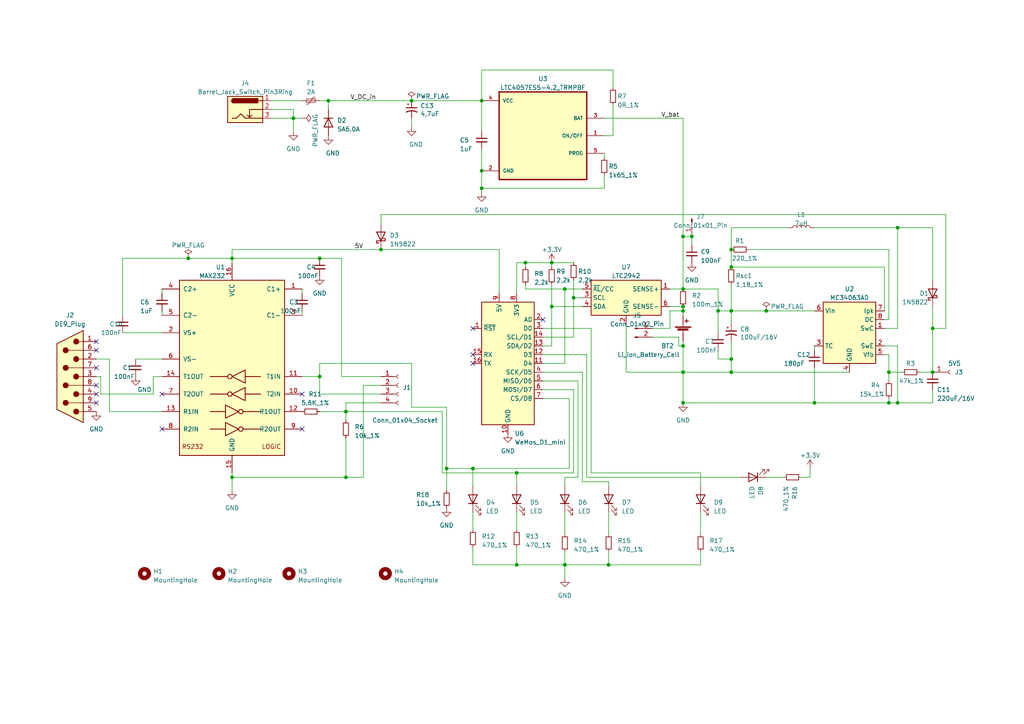
<source format=kicad_sch>
(kicad_sch (version 20230121) (generator eeschema)
  (paper "A4")
  (lib_symbols
    (symbol "Battery_Management:LTC2942"
      (property "Reference" "U" (at -10.16 6.35 0))
      (property "Value" "LTC2942" (at 10.16 6.35 0))
      (symbol "LTC2942_0_1"
        (rectangle (start -10.16 5.08) (end 10.16 -5.08) (stroke (width 0.254)) (fill (type background)))
      )
      (symbol "LTC2942_1_1"
        (pin passive line (at 12.7 2.54 180) (length 2.54) (name "SENSE+") (number "1"))
        (pin power_in line (at 0 -7.62 90) (length 2.54) (name "GND") (number "2"))
        (pin input line (at -12.7 0 0) (length 2.54) (name "SCL") (number "3"))
        (pin bidirectional line (at -12.7 -2.54 0) (length 2.54) (name "SDA") (number "4"))
        (pin bidirectional line (at -12.7 2.54 0) (length 2.54) (name "~{AL}/CC") (number "5"))
        (pin passive line (at 12.7 -2.54 180) (length 2.54) (name "SENSE-") (number "6"))
      )
    )
    (symbol "Connector:Barrel_Jack_Switch_Pin3Ring" (pin_names hide)
      (property "Reference" "J" (at 0 5.334 0))
      (property "Value" "Barrel_Jack_Switch_Pin3Ring" (at 0 -5.08 0))
      (symbol "Barrel_Jack_Switch_Pin3Ring_0_1"
        (rectangle (start -5.08 3.81) (end 5.08 -3.81) (stroke (width 0.254)) (fill (type background)))
        (arc (start -3.302 3.175) (mid -3.9343 2.54) (end -3.302 1.905) (stroke (width 0.254)))
        (arc (start -3.302 3.175) (mid -3.9343 2.54) (end -3.302 1.905) (stroke (width 0.254)) (fill (type outline)))
        (polyline (pts (xy 1.27 -2.286) (xy 1.905 -1.651)) (stroke (width 0.254)))
        (polyline (pts (xy 5.08 2.54) (xy 3.81 2.54)) (stroke (width 0.254)))
        (polyline (pts (xy 5.08 0) (xy 1.27 0) (xy 1.27 -2.286) (xy 0.635 -1.651)) (stroke (width 0.254)))
        (polyline (pts (xy -3.81 -2.54) (xy -2.54 -2.54) (xy -1.27 -1.27) (xy 0 -2.54) (xy 2.54 -2.54) (xy 5.08 -2.54)) (stroke (width 0.254)))
        (rectangle (start 3.683 3.175) (end -3.302 1.905) (stroke (width 0.254)) (fill (type outline)))
      )
      (symbol "Barrel_Jack_Switch_Pin3Ring_1_1"
        (pin passive line (at 7.62 2.54 180) (length 2.54) (name "~") (number "1"))
        (pin passive line (at 7.62 0 180) (length 2.54) (name "~") (number "2"))
        (pin passive line (at 7.62 -2.54 180) (length 2.54) (name "~") (number "3"))
      )
    )
    (symbol "Connector:Conn_01x01_Pin" (pin_names (offset 1.016) hide)
      (property "Reference" "J" (at 0 2.54 0))
      (property "Value" "Conn_01x01_Pin" (at 0 -2.54 0))
      (symbol "Conn_01x01_Pin_1_1"
        (polyline (pts (xy 1.27 0) (xy 0.8636 0)) (stroke (width 0.1524)))
        (rectangle (start 0.8636 0.127) (end 0 -0.127) (stroke (width 0.1524)) (fill (type outline)))
        (pin passive line (at 5.08 0 180) (length 3.81) (name "Pin_1") (number "1"))
      )
    )
    (symbol "Connector:Conn_01x01_Socket" (pin_names (offset 1.016) hide)
      (property "Reference" "J" (at 0 2.54 0))
      (property "Value" "Conn_01x01_Socket" (at 0 -2.54 0))
      (symbol "Conn_01x01_Socket_1_1"
        (polyline (pts (xy -1.27 0) (xy -0.508 0)) (stroke (width 0.1524)))
        (arc (start 0 0.508) (mid -0.5058 0) (end 0 -0.508) (stroke (width 0.1524)))
        (pin passive line (at -5.08 0 0) (length 3.81) (name "Pin_1") (number "1"))
      )
    )
    (symbol "Connector:Conn_01x02_Pin" (pin_names (offset 1.016) hide)
      (property "Reference" "J" (at 0 2.54 0))
      (property "Value" "Conn_01x02_Pin" (at 0 -5.08 0))
      (symbol "Conn_01x02_Pin_1_1"
        (polyline (pts (xy 1.27 -2.54) (xy 0.8636 -2.54)) (stroke (width 0.1524)))
        (polyline (pts (xy 1.27 0) (xy 0.8636 0)) (stroke (width 0.1524)))
        (rectangle (start 0.8636 -2.413) (end 0 -2.667) (stroke (width 0.1524)) (fill (type outline)))
        (rectangle (start 0.8636 0.127) (end 0 -0.127) (stroke (width 0.1524)) (fill (type outline)))
        (pin passive line (at 5.08 0 180) (length 3.81) (name "Pin_1") (number "1"))
        (pin passive line (at 5.08 -2.54 180) (length 3.81) (name "Pin_2") (number "2"))
      )
    )
    (symbol "Connector:Conn_01x04_Socket" (pin_names (offset 1.016) hide)
      (property "Reference" "J" (at 0 5.08 0))
      (property "Value" "Conn_01x04_Socket" (at 0 -7.62 0))
      (symbol "Conn_01x04_Socket_1_1"
        (arc (start 0 -4.572) (mid -0.5058 -5.08) (end 0 -5.588) (stroke (width 0.1524)))
        (arc (start 0 -2.032) (mid -0.5058 -2.54) (end 0 -3.048) (stroke (width 0.1524)))
        (polyline (pts (xy -1.27 -5.08) (xy -0.508 -5.08)) (stroke (width 0.1524)))
        (polyline (pts (xy -1.27 -2.54) (xy -0.508 -2.54)) (stroke (width 0.1524)))
        (polyline (pts (xy -1.27 0) (xy -0.508 0)) (stroke (width 0.1524)))
        (polyline (pts (xy -1.27 2.54) (xy -0.508 2.54)) (stroke (width 0.1524)))
        (arc (start 0 0.508) (mid -0.5058 0) (end 0 -0.508) (stroke (width 0.1524)))
        (arc (start 0 3.048) (mid -0.5058 2.54) (end 0 2.032) (stroke (width 0.1524)))
        (pin passive line (at -5.08 2.54 0) (length 3.81) (name "Pin_1") (number "1"))
        (pin passive line (at -5.08 0 0) (length 3.81) (name "Pin_2") (number "2"))
        (pin passive line (at -5.08 -2.54 0) (length 3.81) (name "Pin_3") (number "3"))
        (pin passive line (at -5.08 -5.08 0) (length 3.81) (name "Pin_4") (number "4"))
      )
    )
    (symbol "Connector:DE9_Plug" (pin_names (offset 1.016) hide)
      (property "Reference" "J" (at 0 13.97 0))
      (property "Value" "DE9_Plug" (at 0 -14.605 0))
      (symbol "DE9_Plug_0_1"
        (circle (center -1.778 -10.16) (radius 0.762) (fill (type outline)))
        (circle (center -1.778 -5.08) (radius 0.762) (fill (type outline)))
        (circle (center -1.778 0) (radius 0.762) (fill (type outline)))
        (circle (center -1.778 5.08) (radius 0.762) (fill (type outline)))
        (circle (center -1.778 10.16) (radius 0.762) (fill (type outline)))
        (polyline (pts (xy -3.81 -10.16) (xy -2.54 -10.16)))
        (polyline (pts (xy -3.81 -7.62) (xy 0.508 -7.62)))
        (polyline (pts (xy -3.81 -5.08) (xy -2.54 -5.08)))
        (polyline (pts (xy -3.81 -2.54) (xy 0.508 -2.54)))
        (polyline (pts (xy -3.81 0) (xy -2.54 0)))
        (polyline (pts (xy -3.81 2.54) (xy 0.508 2.54)))
        (polyline (pts (xy -3.81 5.08) (xy -2.54 5.08)))
        (polyline (pts (xy -3.81 7.62) (xy 0.508 7.62)))
        (polyline (pts (xy -3.81 10.16) (xy -2.54 10.16)))
        (polyline (pts (xy -3.81 -13.335) (xy -3.81 13.335) (xy 3.81 9.525) (xy 3.81 -9.525) (xy -3.81 -13.335)) (stroke (width 0.254)) (fill (type background)))
        (circle (center 1.27 -7.62) (radius 0.762) (fill (type outline)))
        (circle (center 1.27 -2.54) (radius 0.762) (fill (type outline)))
        (circle (center 1.27 2.54) (radius 0.762) (fill (type outline)))
        (circle (center 1.27 7.62) (radius 0.762) (fill (type outline)))
      )
      (symbol "DE9_Plug_1_1"
        (pin passive line (at -7.62 -10.16 0) (length 3.81) (name "1") (number "1"))
        (pin passive line (at -7.62 -5.08 0) (length 3.81) (name "2") (number "2"))
        (pin passive line (at -7.62 0 0) (length 3.81) (name "3") (number "3"))
        (pin passive line (at -7.62 5.08 0) (length 3.81) (name "4") (number "4"))
        (pin passive line (at -7.62 10.16 0) (length 3.81) (name "5") (number "5"))
        (pin passive line (at -7.62 -7.62 0) (length 3.81) (name "6") (number "6"))
        (pin passive line (at -7.62 -2.54 0) (length 3.81) (name "7") (number "7"))
        (pin passive line (at -7.62 2.54 0) (length 3.81) (name "8") (number "8"))
        (pin passive line (at -7.62 7.62 0) (length 3.81) (name "9") (number "9"))
      )
    )
    (symbol "Device:Battery_Cell" (pin_numbers hide) (pin_names (offset 0) hide)
      (property "Reference" "BT" (at 2.54 2.54 0))
      (property "Value" "Battery_Cell" (at 2.54 0 0))
      (symbol "Battery_Cell_0_1"
        (rectangle (start -2.286 1.778) (end 2.286 1.524) (fill (type outline)))
        (rectangle (start -1.5748 1.1938) (end 1.4732 0.6858) (fill (type outline)))
        (polyline (pts (xy 0 0.762) (xy 0 0)))
        (polyline (pts (xy 0 1.778) (xy 0 2.54)))
        (polyline (pts (xy 0.508 3.429) (xy 1.524 3.429)) (stroke (width 0.254)))
        (polyline (pts (xy 1.016 3.937) (xy 1.016 2.921)) (stroke (width 0.254)))
      )
      (symbol "Battery_Cell_1_1"
        (pin passive line (at 0 5.08 270) (length 2.54) (name "+") (number "1"))
        (pin passive line (at 0 -2.54 90) (length 2.54) (name "-") (number "2"))
      )
    )
    (symbol "Device:C_Polarized_Small_US" (pin_numbers hide) (pin_names (offset 0.254) hide)
      (property "Reference" "C" (at 0.254 1.778 0))
      (property "Value" "C_Polarized_Small_US" (at 0.254 -2.032 0))
      (symbol "C_Polarized_Small_US_0_1"
        (polyline (pts (xy -1.524 0.508) (xy 1.524 0.508)) (stroke (width 0.3048)))
        (polyline (pts (xy -1.27 1.524) (xy -0.762 1.524)))
        (polyline (pts (xy -1.016 1.27) (xy -1.016 1.778)))
        (arc (start 1.524 -0.762) (mid 0 -0.3734) (end -1.524 -0.762) (stroke (width 0.3048)))
      )
      (symbol "C_Polarized_Small_US_1_1"
        (pin passive line (at 0 2.54 270) (length 2.032) (name "~") (number "1"))
        (pin passive line (at 0 -2.54 90) (length 2.032) (name "~") (number "2"))
      )
    )
    (symbol "Device:C_Small" (pin_numbers hide) (pin_names (offset 0.254) hide)
      (property "Reference" "C" (at 0.254 1.778 0))
      (property "Value" "C_Small" (at 0.254 -2.032 0))
      (symbol "C_Small_0_1"
        (polyline (pts (xy -1.524 -0.508) (xy 1.524 -0.508)) (stroke (width 0.3302)))
        (polyline (pts (xy -1.524 0.508) (xy 1.524 0.508)) (stroke (width 0.3048)))
      )
      (symbol "C_Small_1_1"
        (pin passive line (at 0 2.54 270) (length 2.032) (name "~") (number "1"))
        (pin passive line (at 0 -2.54 90) (length 2.032) (name "~") (number "2"))
      )
    )
    (symbol "Device:L" (pin_numbers hide) (pin_names (offset 1.016) hide)
      (property "Reference" "L" (at -1.27 0 90))
      (property "Value" "L" (at 1.905 0 90))
      (symbol "L_0_1"
        (arc (start 0 -2.54) (mid 0.6323 -1.905) (end 0 -1.27))
        (arc (start 0 -1.27) (mid 0.6323 -0.635) (end 0 0))
        (arc (start 0 0) (mid 0.6323 0.635) (end 0 1.27))
        (arc (start 0 1.27) (mid 0.6323 1.905) (end 0 2.54))
      )
      (symbol "L_1_1"
        (pin passive line (at 0 3.81 270) (length 1.27) (name "1") (number "1"))
        (pin passive line (at 0 -3.81 90) (length 1.27) (name "2") (number "2"))
      )
    )
    (symbol "Device:LED" (pin_numbers hide) (pin_names (offset 1.016) hide)
      (property "Reference" "D" (at 0 2.54 0))
      (property "Value" "LED" (at 0 -2.54 0))
      (symbol "LED_0_1"
        (polyline (pts (xy -1.27 -1.27) (xy -1.27 1.27)) (stroke (width 0.254)))
        (polyline (pts (xy -1.27 0) (xy 1.27 0)))
        (polyline (pts (xy 1.27 -1.27) (xy 1.27 1.27) (xy -1.27 0) (xy 1.27 -1.27)) (stroke (width 0.254)))
        (polyline (pts (xy -3.048 -0.762) (xy -4.572 -2.286) (xy -3.81 -2.286) (xy -4.572 -2.286) (xy -4.572 -1.524)))
        (polyline (pts (xy -1.778 -0.762) (xy -3.302 -2.286) (xy -2.54 -2.286) (xy -3.302 -2.286) (xy -3.302 -1.524)))
      )
      (symbol "LED_1_1"
        (pin passive line (at -3.81 0 0) (length 2.54) (name "K") (number "1"))
        (pin passive line (at 3.81 0 180) (length 2.54) (name "A") (number "2"))
      )
    )
    (symbol "Device:Polyfuse_Small" (pin_numbers hide) (pin_names (offset 0))
      (property "Reference" "F" (at -1.905 0 90))
      (property "Value" "Polyfuse_Small" (at 1.905 0 90))
      (symbol "Polyfuse_Small_0_1"
        (rectangle (start -0.508 1.27) (end 0.508 -1.27))
        (polyline (pts (xy 0 2.54) (xy 0 -2.54)))
        (polyline (pts (xy -1.016 1.27) (xy -1.016 0.762) (xy 1.016 -0.762) (xy 1.016 -1.27)))
      )
      (symbol "Polyfuse_Small_1_1"
        (pin passive line (at 0 2.54 270) (length 0.635) (name "~") (number "1"))
        (pin passive line (at 0 -2.54 90) (length 0.635) (name "~") (number "2"))
      )
    )
    (symbol "Device:R_Small" (pin_numbers hide) (pin_names (offset 0.254) hide)
      (property "Reference" "R" (at 0.762 0.508 0))
      (property "Value" "R_Small" (at 0.762 -1.016 0))
      (symbol "R_Small_0_1"
        (rectangle (start -0.762 1.778) (end 0.762 -1.778) (stroke (width 0.2032)))
      )
      (symbol "R_Small_1_1"
        (pin passive line (at 0 2.54 270) (length 0.762) (name "~") (number "1"))
        (pin passive line (at 0 -2.54 90) (length 0.762) (name "~") (number "2"))
      )
    )
    (symbol "Diode:1N5400" (pin_numbers hide) (pin_names hide)
      (property "Reference" "D" (at 0 2.54 0))
      (property "Value" "1N5400" (at 0 -2.54 0))
      (symbol "1N5400_0_1"
        (polyline (pts (xy -1.27 1.27) (xy -1.27 -1.27)) (stroke (width 0.254)))
        (polyline (pts (xy 1.27 0) (xy -1.27 0)))
        (polyline (pts (xy 1.27 1.27) (xy 1.27 -1.27) (xy -1.27 0) (xy 1.27 1.27)) (stroke (width 0.254)))
      )
      (symbol "1N5400_1_1"
        (pin passive line (at -3.81 0 0) (length 2.54) (name "K") (number "1"))
        (pin passive line (at 3.81 0 180) (length 2.54) (name "A") (number "2"))
      )
    )
    (symbol "Diode:1N5822" (pin_numbers hide) (pin_names (offset 1.016) hide)
      (property "Reference" "D" (at 0 2.54 0))
      (property "Value" "1N5822" (at 0 -2.54 0))
      (symbol "1N5822_0_1"
        (polyline (pts (xy 1.27 0) (xy -1.27 0)))
        (polyline (pts (xy 1.27 1.27) (xy 1.27 -1.27) (xy -1.27 0) (xy 1.27 1.27)) (stroke (width 0.254)))
        (polyline (pts (xy -1.905 0.635) (xy -1.905 1.27) (xy -1.27 1.27) (xy -1.27 -1.27) (xy -0.635 -1.27) (xy -0.635 -0.635)) (stroke (width 0.254)))
      )
      (symbol "1N5822_1_1"
        (pin passive line (at -3.81 0 0) (length 2.54) (name "K") (number "1"))
        (pin passive line (at 3.81 0 180) (length 2.54) (name "A") (number "2"))
      )
    )
    (symbol "Interface_UART:MAX232" (pin_names (offset 1.016))
      (property "Reference" "U" (at -2.54 28.575 0))
      (property "Value" "MAX232" (at -2.54 26.67 0))
      (symbol "MAX232_0_0"
        (text "LOGIC" (at -11.43 -22.86 0) (effects (font (size 1.27 1.27))))
        (text "RS232" (at 11.43 -22.86 0) (effects (font (size 1.27 1.27))))
      )
      (symbol "MAX232_0_1"
        (rectangle (start -15.24 -25.4) (end 15.24 25.4) (stroke (width 0.254)) (fill (type background)))
        (circle (center -2.54 -17.78) (radius 0.635) (stroke (width 0.254)))
        (circle (center -2.54 -12.7) (radius 0.635) (stroke (width 0.254)))
        (polyline (pts (xy -3.81 -7.62) (xy -8.255 -7.62)) (stroke (width 0.254)))
        (polyline (pts (xy -3.81 -2.54) (xy -8.255 -2.54)) (stroke (width 0.254)))
        (polyline (pts (xy -3.175 -17.78) (xy -8.255 -17.78)) (stroke (width 0.254)))
        (polyline (pts (xy -3.175 -12.7) (xy -8.255 -12.7)) (stroke (width 0.254)))
        (polyline (pts (xy 1.27 -7.62) (xy 6.35 -7.62)) (stroke (width 0.254)))
        (polyline (pts (xy 1.27 -2.54) (xy 6.35 -2.54)) (stroke (width 0.254)))
        (polyline (pts (xy 1.905 -17.78) (xy 6.35 -17.78)) (stroke (width 0.254)))
        (polyline (pts (xy 1.905 -12.7) (xy 6.35 -12.7)) (stroke (width 0.254)))
        (polyline (pts (xy -3.81 -5.715) (xy -3.81 -9.525) (xy 0 -7.62) (xy -3.81 -5.715)) (stroke (width 0.254)))
        (polyline (pts (xy -3.81 -0.635) (xy -3.81 -4.445) (xy 0 -2.54) (xy -3.81 -0.635)) (stroke (width 0.254)))
        (polyline (pts (xy 1.905 -15.875) (xy 1.905 -19.685) (xy -1.905 -17.78) (xy 1.905 -15.875)) (stroke (width 0.254)))
        (polyline (pts (xy 1.905 -10.795) (xy 1.905 -14.605) (xy -1.905 -12.7) (xy 1.905 -10.795)) (stroke (width 0.254)))
        (circle (center 0.635 -7.62) (radius 0.635) (stroke (width 0.254)))
        (circle (center 0.635 -2.54) (radius 0.635) (stroke (width 0.254)))
      )
      (symbol "MAX232_1_1"
        (pin passive line (at -20.32 22.86 0) (length 5.08) (name "C1+") (number "1"))
        (pin input line (at -20.32 -7.62 0) (length 5.08) (name "T2IN") (number "10"))
        (pin input line (at -20.32 -2.54 0) (length 5.08) (name "T1IN") (number "11"))
        (pin output line (at -20.32 -12.7 0) (length 5.08) (name "R1OUT") (number "12"))
        (pin input line (at 20.32 -12.7 180) (length 5.08) (name "R1IN") (number "13"))
        (pin output line (at 20.32 -2.54 180) (length 5.08) (name "T1OUT") (number "14"))
        (pin power_in line (at 0 -30.48 90) (length 5.08) (name "GND") (number "15"))
        (pin power_in line (at 0 30.48 270) (length 5.08) (name "VCC") (number "16"))
        (pin power_out line (at 20.32 10.16 180) (length 5.08) (name "VS+") (number "2"))
        (pin passive line (at -20.32 15.24 0) (length 5.08) (name "C1-") (number "3"))
        (pin passive line (at 20.32 22.86 180) (length 5.08) (name "C2+") (number "4"))
        (pin passive line (at 20.32 15.24 180) (length 5.08) (name "C2-") (number "5"))
        (pin power_out line (at 20.32 2.54 180) (length 5.08) (name "VS-") (number "6"))
        (pin output line (at 20.32 -7.62 180) (length 5.08) (name "T2OUT") (number "7"))
        (pin input line (at 20.32 -17.78 180) (length 5.08) (name "R2IN") (number "8"))
        (pin output line (at -20.32 -17.78 0) (length 5.08) (name "R2OUT") (number "9"))
      )
    )
    (symbol "LTC4057ES5-4.2_TRMPBF:LTC4057ES5-4.2_TRMPBF" (pin_names (offset 1.016))
      (property "Reference" "U" (at -12.7 13.7 0))
      (property "Value" "LTC4057ES5-4.2_TRMPBF" (at -12.7 -16.7 0))
      (symbol "LTC4057ES5-4.2_TRMPBF_0_0"
        (rectangle (start -12.7 -12.7) (end 12.7 12.7) (stroke (width 0.41)) (fill (type background)))
        (pin bidirectional line (at -17.78 0 0) (length 5.08) (name "ON/OFF") (number "1"))
        (pin power_in line (at 17.78 -10.16 180) (length 5.08) (name "GND") (number "2"))
        (pin bidirectional line (at -17.78 5.08 0) (length 5.08) (name "BAT") (number "3"))
        (pin power_in line (at 17.78 10.16 180) (length 5.08) (name "VCC") (number "4"))
        (pin bidirectional line (at -17.78 -5.08 0) (length 5.08) (name "PROG") (number "5"))
      )
    )
    (symbol "MCU_Module:WeMos_D1_mini"
      (property "Reference" "U" (at 3.81 19.05 0))
      (property "Value" "WeMos_D1_mini" (at 1.27 -19.05 0))
      (symbol "WeMos_D1_mini_1_1"
        (rectangle (start -7.62 17.78) (end 7.62 -17.78) (stroke (width 0.254)) (fill (type background)))
        (pin input line (at -10.16 10.16 0) (length 2.54) (name "~{RST}") (number "1"))
        (pin power_in line (at 0 -20.32 90) (length 2.54) (name "GND") (number "10"))
        (pin bidirectional line (at 10.16 0 180) (length 2.54) (name "D4") (number "11"))
        (pin bidirectional line (at 10.16 2.54 180) (length 2.54) (name "D3") (number "12"))
        (pin bidirectional line (at 10.16 5.08 180) (length 2.54) (name "SDA/D2") (number "13"))
        (pin bidirectional line (at 10.16 7.62 180) (length 2.54) (name "SCL/D1") (number "14"))
        (pin input line (at -10.16 2.54 0) (length 2.54) (name "RX") (number "15"))
        (pin output line (at -10.16 0 0) (length 2.54) (name "TX") (number "16"))
        (pin input line (at 10.16 12.7 180) (length 2.54) (name "A0") (number "2"))
        (pin bidirectional line (at 10.16 10.16 180) (length 2.54) (name "D0") (number "3"))
        (pin bidirectional line (at 10.16 -2.54 180) (length 2.54) (name "SCK/D5") (number "4"))
        (pin bidirectional line (at 10.16 -5.08 180) (length 2.54) (name "MISO/D6") (number "5"))
        (pin bidirectional line (at 10.16 -7.62 180) (length 2.54) (name "MOSI/D7") (number "6"))
        (pin bidirectional line (at 10.16 -10.16 180) (length 2.54) (name "CS/D8") (number "7"))
        (pin power_out line (at 2.54 20.32 270) (length 2.54) (name "3V3") (number "8"))
        (pin power_in line (at -2.54 20.32 270) (length 2.54) (name "5V") (number "9"))
      )
    )
    (symbol "Mechanical:MountingHole" (pin_names (offset 1.016))
      (property "Reference" "H" (at 0 5.08 0))
      (property "Value" "MountingHole" (at 0 3.175 0))
      (symbol "MountingHole_0_1"
        (circle (center 0 0) (radius 1.27) (stroke (width 1.27)))
      )
    )
    (symbol "Regulator_Switching:MC34063AD"
      (property "Reference" "U" (at -7.62 8.89 0))
      (property "Value" "MC34063AD" (at 0 8.89 0))
      (symbol "MC34063AD_0_1"
        (rectangle (start -7.62 7.62) (end 7.62 -10.16) (stroke (width 0.254)) (fill (type background)))
      )
      (symbol "MC34063AD_1_1"
        (pin open_collector line (at 10.16 0 180) (length 2.54) (name "SwC") (number "1"))
        (pin open_emitter line (at 10.16 -5.08 180) (length 2.54) (name "SwE") (number "2"))
        (pin passive line (at -10.16 -5.08 0) (length 2.54) (name "TC") (number "3"))
        (pin power_in line (at 0 -12.7 90) (length 2.54) (name "GND") (number "4"))
        (pin input line (at 10.16 -7.62 180) (length 2.54) (name "Vfb") (number "5"))
        (pin power_in line (at -10.16 5.08 0) (length 2.54) (name "Vin") (number "6"))
        (pin input line (at 10.16 5.08 180) (length 2.54) (name "Ipk") (number "7"))
        (pin open_collector line (at 10.16 2.54 180) (length 2.54) (name "DC") (number "8"))
      )
    )
    (symbol "power:+3.3V" (power) (pin_names (offset 0))
      (property "Value" "+3.3V" (at 0 3.556 0))
      (symbol "+3.3V_0_1"
        (polyline (pts (xy -0.762 1.27) (xy 0 2.54)))
        (polyline (pts (xy 0 0) (xy 0 2.54)))
        (polyline (pts (xy 0 2.54) (xy 0.762 1.27)))
      )
      (symbol "+3.3V_1_1"
        (pin power_in line (at 0 0 90) (length 0) hide (name "+3.3V") (number "1"))
      )
    )
    (symbol "power:GND" (power) (pin_names (offset 0))
      (property "Value" "GND" (at 0 -3.81 0))
      (symbol "GND_0_1"
        (polyline (pts (xy 0 0) (xy 0 -1.27) (xy 1.27 -1.27) (xy 0 -2.54) (xy -1.27 -1.27) (xy 0 -1.27)))
      )
      (symbol "GND_1_1"
        (pin power_in line (at 0 0 270) (length 0) hide (name "GND") (number "1"))
      )
    )
    (symbol "power:PWR_FLAG" (power) (pin_numbers hide) (pin_names (offset 0) hide)
      (property "Value" "PWR_FLAG" (at 0 3.81 0))
      (symbol "PWR_FLAG_0_0"
        (pin power_out line (at 0 0 90) (length 0) (name "pwr") (number "1"))
      )
      (symbol "PWR_FLAG_0_1"
        (polyline (pts (xy 0 0) (xy 0 1.27) (xy -1.016 1.905) (xy 0 2.54) (xy 1.016 1.905) (xy 0 1.27)))
      )
    )
  )
  (junction (at 212.09 72.39))
  (junction (at 67.31 138.43))
  (junction (at 92.71 74.93))
  (junction (at 270.51 95.25))
  (junction (at 54.61 74.93))
  (junction (at 139.7 54.61))
  (junction (at 100.33 119.38))
  (junction (at 198.12 90.17))
  (junction (at 198.12 100.33))
  (junction (at 260.35 116.84))
  (junction (at 67.31 74.93))
  (junction (at 149.86 137.16))
  (junction (at 212.09 104.14))
  (junction (at 163.83 163.83))
  (junction (at 149.86 163.83))
  (junction (at 119.38 29.21))
  (junction (at 212.09 77.47))
  (junction (at 198.12 68.58))
  (junction (at 260.35 66.04))
  (junction (at 139.7 49.53))
  (junction (at 85.09 34.29))
  (junction (at 236.22 116.84))
  (junction (at 198.12 107.95))
  (junction (at 212.09 107.95))
  (junction (at 95.25 29.21))
  (junction (at 200.66 68.58))
  (junction (at 198.12 88.9))
  (junction (at 92.71 109.22))
  (junction (at 160.02 76.2))
  (junction (at 110.49 72.39))
  (junction (at 137.16 135.89))
  (junction (at 129.54 135.89))
  (junction (at 163.83 83.82))
  (junction (at 208.28 90.17))
  (junction (at 257.81 107.95))
  (junction (at 166.37 86.36))
  (junction (at 198.12 83.82))
  (junction (at 139.7 29.21))
  (junction (at 270.51 107.95))
  (junction (at 212.09 90.17))
  (junction (at 152.4 76.2))
  (junction (at 257.81 116.84))
  (junction (at 100.33 138.43))
  (junction (at 176.53 163.83))
  (junction (at 222.25 90.17))
  (junction (at 198.12 116.84))
  (junction (at 160.02 88.9))
  (no_connect (at 27.94 101.6))
  (no_connect (at 46.99 124.46))
  (no_connect (at 27.94 99.06))
  (no_connect (at 87.63 114.3))
  (no_connect (at 137.16 95.25))
  (no_connect (at 46.99 114.3))
  (no_connect (at 157.48 92.71))
  (no_connect (at 27.94 106.68))
  (no_connect (at 27.94 116.84))
  (no_connect (at 87.63 124.46))
  (no_connect (at 27.94 114.3))
  (no_connect (at 27.94 111.76))
  (no_connect (at 137.16 102.87))
  (no_connect (at 137.16 105.41))
  (wire (pts (xy 198.12 99.06) (xy 198.12 100.33)))
  (wire (pts (xy 149.86 137.16) (xy 149.86 140.97)))
  (wire (pts (xy 85.09 38.1) (xy 85.09 34.29)))
  (wire (pts (xy 189.23 95.25) (xy 194.31 95.25)))
  (wire (pts (xy 157.48 110.49) (xy 167.64 110.49)))
  (wire (pts (xy 170.18 138.43) (xy 214.63 138.43)))
  (wire (pts (xy 181.61 93.98) (xy 181.61 107.95)))
  (wire (pts (xy 137.16 148.59) (xy 137.16 153.67)))
  (wire (pts (xy 194.31 88.9) (xy 198.12 88.9)))
  (wire (pts (xy 166.37 113.03) (xy 157.48 113.03)))
  (wire (pts (xy 198.12 88.9) (xy 198.12 90.17)))
  (wire (pts (xy 157.48 105.41) (xy 163.83 105.41)))
  (wire (pts (xy 257.81 107.95) (xy 261.62 107.95)))
  (wire (pts (xy 39.37 104.14) (xy 46.99 104.14)))
  (wire (pts (xy 256.54 90.17) (xy 256.54 77.47)))
  (wire (pts (xy 256.54 92.71) (xy 257.81 92.71)))
  (wire (pts (xy 270.51 81.28) (xy 270.51 66.04)))
  (wire (pts (xy 208.28 96.52) (xy 208.28 90.17)))
  (wire (pts (xy 165.1 135.89) (xy 137.16 135.89)))
  (wire (pts (xy 110.49 114.3) (xy 92.71 114.3)))
  (wire (pts (xy 139.7 54.61) (xy 139.7 55.88)))
  (wire (pts (xy 260.35 100.33) (xy 260.35 116.84)))
  (wire (pts (xy 166.37 81.28) (xy 166.37 86.36)))
  (wire (pts (xy 35.56 74.93) (xy 54.61 74.93)))
  (wire (pts (xy 257.81 72.39) (xy 217.17 72.39)))
  (wire (pts (xy 260.35 116.84) (xy 257.81 116.84)))
  (wire (pts (xy 228.6 66.04) (xy 212.09 66.04)))
  (wire (pts (xy 176.53 148.59) (xy 176.53 154.94)))
  (wire (pts (xy 171.45 95.25) (xy 171.45 137.16)))
  (wire (pts (xy 163.83 163.83) (xy 163.83 167.64)))
  (wire (pts (xy 177.8 25.4) (xy 177.8 20.32)))
  (wire (pts (xy 44.45 109.22) (xy 44.45 114.3)))
  (wire (pts (xy 175.26 34.29) (xy 198.12 34.29)))
  (wire (pts (xy 35.56 96.52) (xy 46.99 96.52)))
  (wire (pts (xy 175.26 54.61) (xy 139.7 54.61)))
  (wire (pts (xy 157.48 115.57) (xy 165.1 115.57)))
  (wire (pts (xy 92.71 114.3) (xy 92.71 109.22)))
  (wire (pts (xy 212.09 90.17) (xy 222.25 90.17)))
  (wire (pts (xy 212.09 77.47) (xy 256.54 77.47)))
  (wire (pts (xy 165.1 115.57) (xy 165.1 135.89)))
  (wire (pts (xy 92.71 109.22) (xy 87.63 109.22)))
  (wire (pts (xy 176.53 163.83) (xy 163.83 163.83)))
  (wire (pts (xy 110.49 116.84) (xy 100.33 116.84)))
  (wire (pts (xy 27.94 104.14) (xy 31.75 104.14)))
  (wire (pts (xy 177.8 39.37) (xy 175.26 39.37)))
  (wire (pts (xy 194.31 95.25) (xy 194.31 90.17)))
  (wire (pts (xy 129.54 118.11) (xy 129.54 135.89)))
  (wire (pts (xy 92.71 119.38) (xy 100.33 119.38)))
  (wire (pts (xy 67.31 72.39) (xy 67.31 74.93)))
  (wire (pts (xy 270.51 95.25) (xy 270.51 107.95)))
  (wire (pts (xy 166.37 86.36) (xy 168.91 86.36)))
  (wire (pts (xy 152.4 83.82) (xy 163.83 83.82)))
  (wire (pts (xy 27.94 109.22) (xy 29.21 109.22)))
  (wire (pts (xy 168.91 107.95) (xy 168.91 139.7)))
  (wire (pts (xy 152.4 76.2) (xy 160.02 76.2)))
  (wire (pts (xy 67.31 137.16) (xy 67.31 138.43)))
  (wire (pts (xy 149.86 76.2) (xy 152.4 76.2)))
  (wire (pts (xy 234.95 135.89) (xy 234.95 138.43)))
  (wire (pts (xy 139.7 29.21) (xy 139.7 38.1)))
  (wire (pts (xy 139.7 20.32) (xy 139.7 29.21)))
  (wire (pts (xy 208.28 90.17) (xy 208.28 83.82)))
  (wire (pts (xy 260.35 95.25) (xy 260.35 66.04)))
  (wire (pts (xy 163.83 160.02) (xy 163.83 163.83)))
  (wire (pts (xy 203.2 148.59) (xy 203.2 154.94)))
  (wire (pts (xy 144.78 72.39) (xy 110.49 72.39)))
  (wire (pts (xy 266.7 107.95) (xy 270.51 107.95)))
  (wire (pts (xy 236.22 106.68) (xy 236.22 116.84)))
  (wire (pts (xy 270.51 113.03) (xy 270.51 116.84)))
  (wire (pts (xy 198.12 116.84) (xy 236.22 116.84)))
  (wire (pts (xy 46.99 83.82) (xy 46.99 85.09)))
  (wire (pts (xy 208.28 104.14) (xy 212.09 104.14)))
  (wire (pts (xy 100.33 119.38) (xy 128.27 119.38)))
  (wire (pts (xy 87.63 90.17) (xy 87.63 91.44)))
  (wire (pts (xy 160.02 82.55) (xy 160.02 88.9)))
  (wire (pts (xy 274.32 95.25) (xy 270.51 95.25)))
  (wire (pts (xy 177.8 30.48) (xy 177.8 39.37)))
  (wire (pts (xy 208.28 83.82) (xy 198.12 83.82)))
  (wire (pts (xy 236.22 116.84) (xy 257.81 116.84)))
  (wire (pts (xy 257.81 92.71) (xy 257.81 72.39)))
  (wire (pts (xy 236.22 66.04) (xy 260.35 66.04)))
  (wire (pts (xy 198.12 107.95) (xy 198.12 116.84)))
  (wire (pts (xy 212.09 104.14) (xy 212.09 107.95)))
  (wire (pts (xy 203.2 160.02) (xy 203.2 163.83)))
  (wire (pts (xy 212.09 72.39) (xy 212.09 77.47)))
  (wire (pts (xy 139.7 49.53) (xy 139.7 54.61)))
  (wire (pts (xy 163.83 163.83) (xy 149.86 163.83)))
  (wire (pts (xy 200.66 68.58) (xy 200.66 71.12)))
  (wire (pts (xy 67.31 142.24) (xy 67.31 138.43)))
  (wire (pts (xy 152.4 83.82) (xy 152.4 82.55)))
  (wire (pts (xy 29.21 114.3) (xy 44.45 114.3)))
  (wire (pts (xy 100.33 138.43) (xy 105.41 138.43)))
  (wire (pts (xy 257.81 102.87) (xy 257.81 107.95)))
  (wire (pts (xy 194.31 90.17) (xy 198.12 90.17)))
  (wire (pts (xy 92.71 105.41) (xy 119.38 105.41)))
  (wire (pts (xy 29.21 109.22) (xy 29.21 114.3)))
  (wire (pts (xy 166.37 137.16) (xy 166.37 113.03)))
  (wire (pts (xy 194.31 83.82) (xy 198.12 83.82)))
  (wire (pts (xy 110.49 64.77) (xy 110.49 62.23)))
  (wire (pts (xy 105.41 111.76) (xy 105.41 138.43)))
  (wire (pts (xy 67.31 74.93) (xy 92.71 74.93)))
  (wire (pts (xy 232.41 138.43) (xy 234.95 138.43)))
  (wire (pts (xy 92.71 105.41) (xy 92.71 109.22)))
  (wire (pts (xy 167.64 110.49) (xy 167.64 138.43)))
  (wire (pts (xy 100.33 127) (xy 100.33 138.43)))
  (wire (pts (xy 198.12 34.29) (xy 198.12 68.58)))
  (wire (pts (xy 212.09 82.55) (xy 212.09 90.17)))
  (wire (pts (xy 163.83 148.59) (xy 163.83 154.94)))
  (wire (pts (xy 157.48 97.79) (xy 166.37 97.79)))
  (wire (pts (xy 35.56 74.93) (xy 35.56 91.44)))
  (wire (pts (xy 149.86 76.2) (xy 149.86 85.09)))
  (wire (pts (xy 176.53 163.83) (xy 203.2 163.83)))
  (wire (pts (xy 163.83 105.41) (xy 163.83 83.82)))
  (wire (pts (xy 177.8 20.32) (xy 139.7 20.32)))
  (wire (pts (xy 110.49 62.23) (xy 274.32 62.23)))
  (wire (pts (xy 212.09 99.06) (xy 212.09 104.14)))
  (wire (pts (xy 137.16 158.75) (xy 137.16 163.83)))
  (wire (pts (xy 257.81 115.57) (xy 257.81 116.84)))
  (wire (pts (xy 222.25 90.17) (xy 236.22 90.17)))
  (wire (pts (xy 257.81 107.95) (xy 257.81 110.49)))
  (wire (pts (xy 95.25 31.75) (xy 95.25 29.21)))
  (wire (pts (xy 176.53 139.7) (xy 168.91 139.7)))
  (wire (pts (xy 157.48 100.33) (xy 160.02 100.33)))
  (wire (pts (xy 149.86 148.59) (xy 149.86 153.67)))
  (wire (pts (xy 176.53 140.97) (xy 176.53 139.7)))
  (wire (pts (xy 208.28 101.6) (xy 208.28 104.14)))
  (wire (pts (xy 129.54 118.11) (xy 119.38 118.11)))
  (wire (pts (xy 100.33 119.38) (xy 100.33 121.92)))
  (wire (pts (xy 198.12 68.58) (xy 198.12 83.82)))
  (wire (pts (xy 274.32 62.23) (xy 274.32 95.25)))
  (wire (pts (xy 203.2 137.16) (xy 203.2 140.97)))
  (wire (pts (xy 119.38 34.29) (xy 119.38 36.83)))
  (wire (pts (xy 181.61 107.95) (xy 198.12 107.95)))
  (wire (pts (xy 270.51 88.9) (xy 270.51 95.25)))
  (wire (pts (xy 78.74 29.21) (xy 87.63 29.21)))
  (wire (pts (xy 189.23 97.79) (xy 196.85 97.79)))
  (wire (pts (xy 227.33 138.43) (xy 222.25 138.43)))
  (wire (pts (xy 31.75 104.14) (xy 31.75 119.38)))
  (wire (pts (xy 85.09 34.29) (xy 78.74 34.29)))
  (wire (pts (xy 198.12 68.58) (xy 200.66 68.58)))
  (wire (pts (xy 176.53 160.02) (xy 176.53 163.83)))
  (wire (pts (xy 139.7 43.18) (xy 139.7 49.53)))
  (wire (pts (xy 100.33 116.84) (xy 100.33 119.38)))
  (wire (pts (xy 171.45 137.16) (xy 203.2 137.16)))
  (wire (pts (xy 256.54 102.87) (xy 257.81 102.87)))
  (wire (pts (xy 95.25 29.21) (xy 119.38 29.21)))
  (wire (pts (xy 67.31 138.43) (xy 100.33 138.43)))
  (wire (pts (xy 85.09 34.29) (xy 87.63 34.29)))
  (wire (pts (xy 144.78 85.09) (xy 144.78 72.39)))
  (wire (pts (xy 119.38 118.11) (xy 119.38 105.41)))
  (wire (pts (xy 110.49 111.76) (xy 105.41 111.76)))
  (wire (pts (xy 67.31 74.93) (xy 67.31 76.2)))
  (wire (pts (xy 54.61 74.93) (xy 67.31 74.93)))
  (wire (pts (xy 92.71 74.93) (xy 99.06 74.93)))
  (wire (pts (xy 85.09 31.75) (xy 85.09 34.29)))
  (wire (pts (xy 163.83 83.82) (xy 168.91 83.82)))
  (wire (pts (xy 119.38 29.21) (xy 139.7 29.21)))
  (wire (pts (xy 87.63 83.82) (xy 87.63 85.09)))
  (wire (pts (xy 149.86 158.75) (xy 149.86 163.83)))
  (wire (pts (xy 137.16 135.89) (xy 129.54 135.89)))
  (wire (pts (xy 157.48 95.25) (xy 171.45 95.25)))
  (wire (pts (xy 260.35 66.04) (xy 270.51 66.04)))
  (wire (pts (xy 212.09 107.95) (xy 198.12 107.95)))
  (wire (pts (xy 166.37 86.36) (xy 166.37 97.79)))
  (wire (pts (xy 196.85 100.33) (xy 198.12 100.33)))
  (wire (pts (xy 128.27 137.16) (xy 149.86 137.16)))
  (wire (pts (xy 129.54 135.89) (xy 129.54 142.24)))
  (wire (pts (xy 110.49 72.39) (xy 67.31 72.39)))
  (wire (pts (xy 149.86 137.16) (xy 166.37 137.16)))
  (wire (pts (xy 212.09 107.95) (xy 246.38 107.95)))
  (wire (pts (xy 212.09 66.04) (xy 212.09 72.39)))
  (wire (pts (xy 198.12 100.33) (xy 198.12 107.95)))
  (wire (pts (xy 46.99 109.22) (xy 44.45 109.22)))
  (wire (pts (xy 167.64 138.43) (xy 163.83 138.43)))
  (wire (pts (xy 256.54 95.25) (xy 260.35 95.25)))
  (wire (pts (xy 256.54 100.33) (xy 260.35 100.33)))
  (wire (pts (xy 163.83 138.43) (xy 163.83 140.97)))
  (wire (pts (xy 175.26 50.8) (xy 175.26 54.61)))
  (wire (pts (xy 160.02 76.2) (xy 166.37 76.2)))
  (wire (pts (xy 152.4 76.2) (xy 152.4 77.47)))
  (wire (pts (xy 208.28 90.17) (xy 212.09 90.17)))
  (wire (pts (xy 137.16 135.89) (xy 137.16 140.97)))
  (wire (pts (xy 46.99 119.38) (xy 31.75 119.38)))
  (wire (pts (xy 95.25 29.21) (xy 92.71 29.21)))
  (wire (pts (xy 46.99 90.17) (xy 46.99 91.44)))
  (wire (pts (xy 157.48 102.87) (xy 170.18 102.87)))
  (wire (pts (xy 212.09 93.98) (xy 212.09 90.17)))
  (wire (pts (xy 128.27 119.38) (xy 128.27 137.16)))
  (wire (pts (xy 160.02 88.9) (xy 168.91 88.9)))
  (wire (pts (xy 160.02 88.9) (xy 160.02 100.33)))
  (wire (pts (xy 236.22 101.6) (xy 236.22 100.33)))
  (wire (pts (xy 99.06 74.93) (xy 99.06 109.22)))
  (wire (pts (xy 198.12 90.17) (xy 198.12 91.44)))
  (wire (pts (xy 78.74 31.75) (xy 85.09 31.75)))
  (wire (pts (xy 170.18 102.87) (xy 170.18 138.43)))
  (wire (pts (xy 175.26 44.45) (xy 175.26 45.72)))
  (wire (pts (xy 160.02 76.2) (xy 160.02 77.47)))
  (wire (pts (xy 149.86 163.83) (xy 137.16 163.83)))
  (wire (pts (xy 99.06 109.22) (xy 110.49 109.22)))
  (wire (pts (xy 157.48 107.95) (xy 168.91 107.95)))
  (wire (pts (xy 196.85 97.79) (xy 196.85 100.33)))
  (wire (pts (xy 270.51 116.84) (xy 260.35 116.84)))
  (label "V_DC_in" (at 101.6 29.21 0))
  (label "V_bat" (at 191.77 34.29 0))
  (label "5V" (at 102.87 72.39 0))
  (symbol (lib_id "Device:R_Small") (at 166.37 78.74 0) (unit 1)
    (property "Reference" "R10" (at 167.64 78.74 0) (effects (justify left)))
    (property "Value" "2,2k" (at 167.64 81.28 0) (effects (justify left)))
    (property "Footprint" "Resistor_SMD:R_0603_1608Metric" (effects hide))
  )
  (symbol (lib_id "Diode:1N5400") (at 95.25 35.56 270) (unit 1)
    (property "Reference" "D2" (at 97.79 34.925 90) (effects (justify left)))
    (property "Value" "SA6.0A" (at 97.79 37.465 90) (effects (justify left)))
    (property "Footprint" "Diode_THT:D_DO-15_P12.70mm_Horizontal" (effects hide))
    (property "Datasheet" "http://www.vishay.com/docs/88516/1n5400.pdf" (effects hide))
    (property "Sim.Device" "D" (effects hide))
    (property "Sim.Pins" "1=K 2=A" (effects hide))
  )
  (symbol (lib_id "power:GND") (at 163.83 167.64 0) (unit 1)
    (property "Reference" "#PWR04" (effects hide))
    (property "Value" "GND" (at 163.83 172.72 0))
  )
  (symbol (lib_id "power:GND") (at 147.32 125.73 0) (unit 1)
    (property "Reference" "#PWR012" (effects hide))
    (property "Value" "GND" (at 147.32 130.81 0))
  )
  (symbol (lib_id "Diode:1N5822") (at 270.51 85.09 90) (unit 1)
    (property "Reference" "D1" (at 266.7 85.09 90) (effects (justify right)))
    (property "Value" "1N5822" (at 261.62 87.63 90) (effects (justify right)))
    (property "Footprint" "Diode_THT:D_DO-201AD_P15.24mm_Horizontal" (effects hide))
    (property "Datasheet" "http://www.vishay.com/docs/88526/1n5820.pdf" (effects hide))
  )
  (symbol (lib_id "Device:LED") (at 163.83 144.78 90) (unit 1)
    (property "Reference" "D6" (at 167.64 145.7325 90) (effects (justify right)))
    (property "Value" "LED" (at 167.64 148.2725 90) (effects (justify right)))
    (property "Footprint" "LED_SMD:LED_0805_2012Metric" (effects hide))
  )
  (symbol (lib_id "Device:C_Small") (at 87.63 87.63 0) (unit 1)
    (property "Reference" "C3" (at 83.82 87.63 0) (effects (justify left)))
    (property "Value" "100nF" (at 81.28 90.17 0) (effects (justify left)))
    (property "Footprint" "Capacitor_SMD:C_0402_1005Metric" (effects hide))
  )
  (symbol (lib_id "power:GND") (at 85.09 38.1 0) (unit 1)
    (property "Reference" "#PWR05" (effects hide))
    (property "Value" "GND" (at 85.09 43.18 0))
  )
  (symbol (lib_id "Device:C_Small") (at 39.37 106.68 0) (unit 1)
    (property "Reference" "C1" (at 35.56 106.68 0) (effects (justify left)))
    (property "Value" "100nF" (at 33.02 109.22 0) (effects (justify left)))
    (property "Footprint" "Capacitor_SMD:C_0402_1005Metric" (effects hide))
  )
  (symbol (lib_id "power:GND") (at 67.31 142.24 0) (unit 1)
    (property "Reference" "#PWR03" (effects hide))
    (property "Value" "GND" (at 67.31 147.32 0))
  )
  (symbol (lib_id "Device:R_Small") (at 176.53 157.48 0) (unit 1)
    (property "Reference" "R15" (at 179.07 156.845 0) (effects (justify left)))
    (property "Value" "470_1%" (at 179.07 159.385 0) (effects (justify left)))
    (property "Footprint" "Resistor_SMD:R_0603_1608Metric" (effects hide))
  )
  (symbol (lib_id "power:GND") (at 129.54 147.32 0) (unit 1)
    (property "Reference" "#PWR013" (effects hide))
    (property "Value" "GND" (at 129.54 152.4 0))
  )
  (symbol (lib_id "power:GND") (at 39.37 109.22 0) (unit 1)
    (property "Reference" "#PWR02" (effects hide))
    (property "Value" "GND" (at 41.91 113.03 0))
  )
  (symbol (lib_id "Device:R_Small") (at 175.26 48.26 0) (unit 1)
    (property "Reference" "R5" (at 176.53 48.26 0) (effects (justify left)))
    (property "Value" "1k65_1%" (at 176.53 50.8 0) (effects (justify left)))
    (property "Footprint" "Resistor_SMD:R_0603_1608Metric" (effects hide))
  )
  (symbol (lib_id "Device:R_Small") (at 212.09 80.01 0) (unit 1)
    (property "Reference" "Rsc1" (at 213.36 80.01 0) (effects (justify left)))
    (property "Value" "1,18_1%" (at 213.36 82.55 0) (effects (justify left)))
    (property "Footprint" "Resistor_SMD:R_0603_1608Metric" (effects hide))
  )
  (symbol (lib_id "Device:R_Small") (at 152.4 80.01 0) (unit 1)
    (property "Reference" "R8" (at 154.94 79.375 0) (effects (justify left)))
    (property "Value" "2,2k" (at 154.94 81.915 0) (effects (justify left)))
    (property "Footprint" "Resistor_SMD:R_0603_1608Metric" (effects hide))
  )
  (symbol (lib_id "power:GND") (at 200.66 76.2 0) (unit 1)
    (property "Reference" "#PWR015" (effects hide))
    (property "Value" "GND" (at 200.66 81.28 0))
  )
  (symbol (lib_id "Device:C_Small") (at 35.56 93.98 0) (unit 1)
    (property "Reference" "C10" (at 31.75 93.98 0) (effects (justify left)))
    (property "Value" "100nF" (at 29.21 96.52 0) (effects (justify left)))
    (property "Footprint" "Capacitor_SMD:C_0402_1005Metric" (effects hide))
    (property "Datasheet" "https://datasheet.lcsc.com/lcsc/2304140030_TDK-C1005X5R1C104KT000F_C338011.pdf" (effects hide))
  )
  (symbol (lib_id "Connector:DE9_Plug") (at 20.32 109.22 180) (unit 1)
    (property "Reference" "J2" (at 20.32 91.44 0))
    (property "Value" "DE9_Plug" (at 20.32 93.98 0))
    (property "Footprint" "Connector_Dsub:DSUB-9_Male_Horizontal_P2.77x2.84mm_EdgePinOffset9.90mm_Housed_MountingHolesOffset11.32mm" (effects hide))
    (property "Datasheet" " ~" (effects hide))
  )
  (symbol (lib_id "Diode:1N5822") (at 110.49 68.58 90) (unit 1)
    (property "Reference" "D3" (at 113.03 68.2625 90) (effects (justify right)))
    (property "Value" "1N5822" (at 113.03 70.8025 90) (effects (justify right)))
    (property "Footprint" "Diode_THT:D_DO-201AD_P15.24mm_Horizontal" (effects hide))
    (property "Datasheet" "http://www.vishay.com/docs/88526/1n5820.pdf" (effects hide))
  )
  (symbol (lib_id "Device:L") (at 232.41 66.04 90) (unit 1)
    (property "Reference" "L1" (at 232.41 62.23 90))
    (property "Value" "7uH" (at 232.41 64.77 90))
    (property "Footprint" "Inductor_SMD:L_Abracon_ASPI-4030S" (effects hide))
    (property "Datasheet" "SWPA6045S7R5MT" (effects hide))
  )
  (symbol (lib_id "Device:R_Small") (at 229.87 138.43 270) (unit 1)
    (property "Reference" "R16" (at 230.505 140.97 0) (effects (justify left)))
    (property "Value" "470_1%" (at 227.965 140.97 0) (effects (justify left)))
    (property "Footprint" "Resistor_SMD:R_0603_1608Metric" (effects hide))
  )
  (symbol (lib_id "Interface_UART:MAX232") (at 67.31 106.68 0) (mirror y) (unit 1)
    (property "Reference" "U1" (at 65.3541 77.47 0) (effects (justify left)))
    (property "Value" "MAX232" (at 65.3541 80.01 0) (effects (justify left)))
    (property "Footprint" "Package_SO:SOIC-16_3.9x9.9mm_P1.27mm" (effects hide))
    (property "Datasheet" "C45119" (effects hide))
  )
  (symbol (lib_id "Connector:Barrel_Jack_Switch_Pin3Ring") (at 71.12 31.75 0) (unit 1)
    (property "Reference" "J4" (at 71.12 24.13 0))
    (property "Value" "Barrel_Jack_Switch_Pin3Ring" (at 71.12 26.67 0))
    (property "Footprint" "Connector_BarrelJack:BarrelJack_GCT_DCJ200-10-A_Horizontal" (effects hide))
  )
  (symbol (lib_id "power:GND") (at 119.38 36.83 0) (unit 1)
    (property "Reference" "#PWR09" (effects hide))
    (property "Value" "GND" (at 120.65 41.91 0))
  )
  (symbol (lib_id "Mechanical:MountingHole") (at 41.91 166.37 0) (unit 1)
    (property "Reference" "H1" (at 44.45 165.735 0) (effects (justify left)))
    (property "Value" "MountingHole" (at 44.45 168.275 0) (effects (justify left)))
    (property "Footprint" "MountingHole:MountingHole_3.2mm_M3" (effects hide))
  )
  (symbol (lib_id "Device:R_Small") (at 264.16 107.95 90) (unit 1)
    (property "Reference" "R3" (at 265.43 105.41 90) (effects (justify left)))
    (property "Value" "47k_1%" (at 267.97 110.49 90) (effects (justify left)))
    (property "Footprint" "Resistor_SMD:R_0603_1608Metric" (effects hide))
  )
  (symbol (lib_id "Device:C_Small") (at 270.51 110.49 0) (unit 1)
    (property "Reference" "C11" (at 271.78 113.03 0) (effects (justify left)))
    (property "Value" "220uF/16V" (at 271.78 115.57 0) (effects (justify left)))
    (property "Footprint" "Capacitor_SMD:CP_Elec_8x10.5" (effects hide))
    (property "Datasheet" "https://datasheet.lcsc.com/lcsc/2304140030_SUNCON-SUN-Elec-Industries-25CE220AX_C242038.pdf" (effects hide))
  )
  (symbol (lib_id "power:+3.3V") (at 160.02 76.2 0) (unit 1)
    (property "Reference" "#PWR011" (effects hide))
    (property "Value" "3V3" (at 160.02 72.39 0))
  )
  (symbol (lib_id "Battery_Management:LTC2942") (at 181.61 86.36 0) (unit 1)
    (property "Reference" "U7" (at 181.61 77.47 0))
    (property "Value" "LTC2942" (at 181.61 80.01 0))
    (property "Footprint" "Package_DFN_QFN:DFN-6-1EP_3x2mm_P0.5mm_EP1.65x1.35mm" (effects hide))
    (property "Datasheet" "https://www.analog.com/media/en/technical-documentation/data-sheets/2942fa.pdf" (effects hide))
  )
  (symbol (lib_id "Device:R_Small") (at 90.17 119.38 90) (unit 1)
    (property "Reference" "R11" (at 91.44 114.3 90))
    (property "Value" "5,6K_1%" (at 91.44 116.84 90))
    (property "Footprint" "Resistor_SMD:R_0603_1608Metric" (effects hide))
  )
  (symbol (lib_id "Device:R_Small") (at 129.54 144.78 0) (unit 1)
    (property "Reference" "R18" (at 120.65 143.51 0) (effects (justify left)))
    (property "Value" "10k_1%" (at 120.65 146.05 0) (effects (justify left)))
    (property "Footprint" "Resistor_SMD:R_0805_2012Metric" (effects hide))
  )
  (symbol (lib_id "Mechanical:MountingHole") (at 111.76 166.37 0) (unit 1)
    (property "Reference" "H4" (at 114.3 165.735 0) (effects (justify left)))
    (property "Value" "MountingHole" (at 114.3 168.275 0) (effects (justify left)))
    (property "Footprint" "MountingHole:MountingHole_3.2mm_M3" (effects hide))
  )
  (symbol (lib_id "Device:R_Small") (at 100.33 124.46 0) (unit 1)
    (property "Reference" "R6" (at 102.87 123.825 0) (effects (justify left)))
    (property "Value" "10k_1%" (at 102.87 126.365 0) (effects (justify left)))
    (property "Footprint" "Resistor_SMD:R_0805_2012Metric" (effects hide))
  )
  (symbol (lib_id "Device:R_Small") (at 203.2 157.48 0) (unit 1)
    (property "Reference" "R17" (at 205.74 156.845 0) (effects (justify left)))
    (property "Value" "470_1%" (at 205.74 159.385 0) (effects (justify left)))
    (property "Footprint" "Resistor_SMD:R_0603_1608Metric" (effects hide))
  )
  (symbol (lib_id "Device:LED") (at 176.53 144.78 90) (unit 1)
    (property "Reference" "D7" (at 180.34 145.7325 90) (effects (justify right)))
    (property "Value" "LED" (at 180.34 148.2725 90) (effects (justify right)))
    (property "Footprint" "LED_SMD:LED_0805_2012Metric" (effects hide))
  )
  (symbol (lib_id "Device:C_Polarized_Small_US") (at 119.38 31.75 0) (unit 1)
    (property "Reference" "C13" (at 121.92 30.6832 0) (effects (justify left)))
    (property "Value" "4,7uF" (at 121.92 33.02 0) (effects (justify left)))
    (property "Footprint" "Capacitor_SMD:CP_Elec_8x10" (effects hide))
    (property "Datasheet" "https://datasheet.lcsc.com/lcsc/2304140030_Ymin-VKMD1002V4R7MV_C487544.pdf" (effects hide))
  )
  (symbol (lib_id "Device:C_Small") (at 139.7 40.64 0) (unit 1)
    (property "Reference" "C5" (at 133.35 40.64 0) (effects (justify left)))
    (property "Value" "1uF" (at 133.35 43.18 0) (effects (justify left)))
    (property "Footprint" "Capacitor_SMD:C_0603_1608Metric" (effects hide))
  )
  (symbol (lib_id "Device:Polyfuse_Small") (at 90.17 29.21 90) (unit 1)
    (property "Reference" "F1" (at 90.17 24.13 90))
    (property "Value" "2A" (at 90.17 26.67 90))
    (property "Footprint" "Fuse:Fuseholder_Cylinder-5x20mm_Stelvio-Kontek_PTF78_Horizontal_Open" (effects hide))
  )
  (symbol (lib_id "power:GND") (at 198.12 116.84 0) (unit 1)
    (property "Reference" "#PWR014" (effects hide))
    (property "Value" "GND" (at 198.12 121.92 0))
  )
  (symbol (lib_id "Device:C_Polarized_Small_US") (at 212.09 96.52 0) (unit 1)
    (property "Reference" "C8" (at 214.63 95.4532 0) (effects (justify left)))
    (property "Value" "100uF/16V" (at 214.63 97.79 0) (effects (justify left)))
    (property "Footprint" "Capacitor_SMD:CP_Elec_5x5.4" (effects hide))
    (property "Datasheet" "https://datasheet.lcsc.com/lcsc/2207221830_KNSCHA-RST100UF10V002_C4747962.pdf" (effects hide))
  )
  (symbol (lib_id "Device:R_Small") (at 198.12 86.36 0) (unit 1)
    (property "Reference" "R2" (at 200.66 85.725 0) (effects (justify left)))
    (property "Value" "100m_1%" (at 200.66 88.265 0) (effects (justify left)))
    (property "Footprint" "Resistor_SMD:R_0603_1608Metric" (effects hide))
  )
  (symbol (lib_id "Device:LED") (at 149.86 144.78 90) (unit 1)
    (property "Reference" "D5" (at 153.67 145.7325 90) (effects (justify right)))
    (property "Value" "LED" (at 153.67 148.2725 90) (effects (justify right)))
    (property "Footprint" "LED_SMD:LED_0805_2012Metric" (effects hide))
  )
  (symbol (lib_id "Device:R_Small") (at 163.83 157.48 0) (unit 1)
    (property "Reference" "R14" (at 166.37 156.845 0) (effects (justify left)))
    (property "Value" "470_1%" (at 166.37 159.385 0) (effects (justify left)))
    (property "Footprint" "Resistor_SMD:R_0603_1608Metric" (effects hide))
  )
  (symbol (lib_id "Device:LED") (at 137.16 144.78 90) (unit 1)
    (property "Reference" "D4" (at 140.97 145.7325 90) (effects (justify right)))
    (property "Value" "LED" (at 140.97 148.2725 90) (effects (justify right)))
    (property "Footprint" "LED_SMD:LED_0805_2012Metric" (effects hide))
  )
  (symbol (lib_id "Device:R_Small") (at 214.63 72.39 90) (unit 1)
    (property "Reference" "R1" (at 215.9 69.85 90) (effects (justify left)))
    (property "Value" "220_1%" (at 219.71 74.93 90) (effects (justify left)))
    (property "Footprint" "Resistor_SMD:R_0603_1608Metric" (effects hide))
  )
  (symbol (lib_id "Device:LED") (at 218.44 138.43 180) (unit 1)
    (property "Reference" "D8" (at 220.6625 140.97 90) (effects (justify left)))
    (property "Value" "LED" (at 218.1225 140.97 90) (effects (justify left)))
    (property "Footprint" "LED_SMD:LED_0805_2012Metric" (effects hide))
  )
  (symbol (lib_id "Device:C_Small") (at 46.99 87.63 0) (unit 1)
    (property "Reference" "C6" (at 40.64 87.63 0) (effects (justify left)))
    (property "Value" "1uF" (at 40.64 90.17 0) (effects (justify left)))
    (property "Footprint" "Capacitor_SMD:C_0603_1608Metric" (effects hide))
    (property "Datasheet" "https://datasheet.lcsc.com/lcsc/2304140030_TDK-C1608X7R1C105KT000N_C76617.pdf" (effects hide))
  )
  (symbol (lib_id "power:PWR_FLAG") (at 54.61 74.93 0) (unit 1)
    (property "Reference" "#FLG03" (effects hide))
    (property "Value" "PWR_FLAG" (at 54.61 71.12 0))
  )
  (symbol (lib_id "Device:LED") (at 203.2 144.78 90) (unit 1)
    (property "Reference" "D9" (at 207.01 145.7325 90) (effects (justify right)))
    (property "Value" "LED" (at 207.01 148.2725 90) (effects (justify right)))
    (property "Footprint" "LED_SMD:LED_0805_2012Metric" (effects hide))
  )
  (symbol (lib_id "power:GND") (at 139.7 55.88 0) (unit 1)
    (property "Reference" "#PWR06" (effects hide))
    (property "Value" "GND" (at 139.7 60.96 0))
  )
  (symbol (lib_id "power:GND") (at 95.25 39.37 0) (unit 1)
    (property "Reference" "#PWR08" (effects hide))
    (property "Value" "GND" (at 96.52 44.45 0))
  )
  (symbol (lib_id "power:GND") (at 27.94 119.38 0) (unit 1)
    (property "Reference" "#PWR01" (effects hide))
    (property "Value" "GND" (at 27.94 124.46 0))
  )
  (symbol (lib_id "LTC4057ES5-4.2_TRMPBF:LTC4057ES5-4.2_TRMPBF") (at 157.48 39.37 0) (mirror y) (unit 1)
    (property "Reference" "U3" (at 157.48 22.86 0))
    (property "Value" "LTC4057ES5-4.2_TRMPBF" (at 157.48 25.4 0))
    (property "Footprint" "Package_TO_SOT_SMD:SOT-23-5_HandSoldering" (effects hide))
    (property "MF" "Analog Devices" (effects hide))
    (property "Description" "\nLinear Li-Ion Battery Charger with Thermal Regulation in ThinSOT\n" (effects hide))
    (property "Package" "SOT-5 Analog Devices" (effects hide))
    (property "Price" "None" (effects hide))
    (property "Check_prices" "https://www.snapeda.com/parts/LTC4057ES5-4.2%23TRMPBF/Analog+Devices/view-part/?ref=eda" (effects hide))
    (property "SnapEDA_Link" "https://www.snapeda.com/parts/LTC4057ES5-4.2%23TRMPBF/Analog+Devices/view-part/?ref=snap" (effects hide))
    (property "MP" "LTC4057ES5-4.2#TRMPBF" (effects hide))
    (property "Purchase-URL" "https://www.snapeda.com/api/url_track_click_mouser/?unipart_id=5428902&manufacturer=Analog Devices&part_name=LTC4057ES5-4.2#TRMPBF&search_term=None" (effects hide))
    (property "Availability" "In Stock" (effects hide))
    (property "Manufacturer" "Analog Devices" (effects hide))
  )
  (symbol (lib_id "Mechanical:MountingHole") (at 63.5 166.37 0) (unit 1)
    (property "Reference" "H2" (at 66.04 165.735 0) (effects (justify left)))
    (property "Value" "MountingHole" (at 66.04 168.275 0) (effects (justify left)))
    (property "Footprint" "MountingHole:MountingHole_3.2mm_M3" (effects hide))
  )
  (symbol (lib_id "Regulator_Switching:MC34063AD") (at 246.38 95.25 0) (unit 1)
    (property "Reference" "U2" (at 246.38 83.82 0))
    (property "Value" "MC34063AD" (at 246.38 86.36 0))
    (property "Footprint" "Package_SO:SOP-8_3.9x4.9mm_P1.27mm" (effects hide))
    (property "Datasheet" "http://www.onsemi.com/pub_link/Collateral/MC34063A-D.PDF" (effects hide))
  )
  (symbol (lib_id "Mechanical:MountingHole") (at 83.82 166.37 0) (unit 1)
    (property "Reference" "H3" (at 86.36 165.735 0) (effects (justify left)))
    (property "Value" "MountingHole" (at 86.36 168.275 0) (effects (justify left)))
    (property "Footprint" "MountingHole:MountingHole_3.2mm_M3" (effects hide))
  )
  (symbol (lib_id "Device:R_Small") (at 177.8 27.94 0) (unit 1)
    (property "Reference" "R7" (at 179.07 27.94 0) (effects (justify left)))
    (property "Value" "0R_1%" (at 179.07 30.48 0) (effects (justify left)))
    (property "Footprint" "Resistor_SMD:R_0603_1608Metric" (effects hide))
  )
  (symbol (lib_id "Device:R_Small") (at 257.81 113.03 180) (unit 1)
    (property "Reference" "R4" (at 255.27 111.76 0) (effects (justify left)))
    (property "Value" "15k_1%" (at 256.54 114.3 0) (effects (justify left)))
    (property "Footprint" "Resistor_SMD:R_0603_1608Metric" (effects hide))
  )
  (symbol (lib_id "Connector:Conn_01x02_Pin") (at 184.15 95.25 0) (unit 1)
    (property "Reference" "J5" (at 184.785 91.44 0))
    (property "Value" "Conn_01x02_Pin" (at 184.785 93.98 0))
    (property "Footprint" "Connector_PinHeader_1.00mm:PinHeader_1x02_P1.00mm_Vertical" (effects hide))
  )
  (symbol (lib_id "Device:C_Small") (at 208.28 99.06 0) (unit 1)
    (property "Reference" "C7" (at 204.47 99.06 0) (effects (justify left)))
    (property "Value" "100nF" (at 201.93 101.6 0) (effects (justify left)))
    (property "Footprint" "Capacitor_SMD:C_0402_1005Metric" (effects hide))
  )
  (symbol (lib_id "power:+3.3V") (at 234.95 135.89 0) (unit 1)
    (property "Reference" "#PWR07" (effects hide))
    (property "Value" "3V3" (at 234.95 132.08 0))
  )
  (symbol (lib_id "Device:R_Small") (at 149.86 156.21 0) (unit 1)
    (property "Reference" "R13" (at 152.4 155.575 0) (effects (justify left)))
    (property "Value" "470_1%" (at 152.4 158.115 0) (effects (justify left)))
    (property "Footprint" "Resistor_SMD:R_0603_1608Metric" (effects hide))
  )
  (symbol (lib_id "Connector:Conn_01x01_Pin") (at 200.66 63.5 270) (unit 1)
    (property "Reference" "J7" (at 203.2 62.865 90))
    (property "Value" "Conn_01x01_Pin" (at 203.2 65.405 90))
    (property "Footprint" "Connector_PinHeader_1.00mm:PinHeader_1x01_P1.00mm_Vertical" (effects hide))
  )
  (symbol (lib_id "MCU_Module:WeMos_D1_mini") (at 147.32 105.41 0) (unit 1)
    (property "Reference" "U6" (at 149.2759 125.73 0) (effects (justify left)))
    (property "Value" "WeMos_D1_mini" (at 149.2759 128.27 0) (effects (justify left)))
    (property "Footprint" "Module:WEMOS_D1_mini_light" (effects hide))
    (property "Datasheet" "https://wiki.wemos.cc/products:d1:d1_mini#documentation" (effects hide))
  )
  (symbol (lib_id "Device:Battery_Cell") (at 198.12 96.52 0) (unit 1)
    (property "Reference" "BT2" (at 191.77 100.33 0) (effects (justify left)))
    (property "Value" "Li_ion_Battery_Cell" (at 179.07 102.87 0) (effects (justify left)))
    (property "Footprint" "Battery:BatteryHolder_Keystone_1042_1x18650" (effects hide))
  )
  (symbol (lib_id "Device:C_Small") (at 236.22 104.14 0) (unit 1)
    (property "Reference" "C12" (at 231.14 102.87 0) (effects (justify left)))
    (property "Value" "180pF" (at 227.33 105.41 0) (effects (justify left)))
    (property "Footprint" "Capacitor_SMD:C_0603_1608Metric" (effects hide))
    (property "Datasheet" "https://datasheet.lcsc.com/lcsc/2304140030_PSA-Prosperity-Dielectrics-FN18X181K500PSG_C565593.pdf" (effects hide))
  )
  (symbol (lib_id "power:PWR_FLAG") (at 87.63 34.29 270) (unit 1)
    (property "Reference" "#FLG01" (effects hide))
    (property "Value" "PWR_FLAG" (at 91.44 33.02 0) (effects (justify left)))
  )
  (symbol (lib_id "power:PWR_FLAG") (at 119.38 29.21 0) (unit 1)
    (property "Reference" "#FLG02" (effects hide))
    (property "Value" "PWR_FLAG" (at 120.65 27.94 0) (effects (justify left)))
  )
  (symbol (lib_id "Connector:Conn_01x04_Socket") (at 115.57 111.76 0) (unit 1)
    (property "Reference" "J1" (at 116.84 112.395 0) (effects (justify left)))
    (property "Value" "Conn_01x04_Socket" (at 107.95 121.92 0) (effects (justify left)))
    (property "Footprint" "Connector_PinHeader_1.00mm:PinHeader_1x04_P1.00mm_Vertical" (effects hide))
  )
  (symbol (lib_id "Device:C_Small") (at 92.71 77.47 0) (unit 1)
    (property "Reference" "C4" (at 88.9 77.47 0) (effects (justify left)))
    (property "Value" "100nF" (at 86.36 80.01 0) (effects (justify left)))
    (property "Footprint" "Capacitor_SMD:C_0402_1005Metric" (effects hide))
  )
  (symbol (lib_id "power:GND") (at 92.71 80.01 0) (unit 1)
    (property "Reference" "#PWR010" (effects hide))
    (property "Value" "GND" (at 92.71 85.09 0))
  )
  (symbol (lib_id "Device:R_Small") (at 160.02 80.01 0) (unit 1)
    (property "Reference" "R9" (at 161.29 78.74 0) (effects (justify left)))
    (property "Value" "2,2k" (at 161.29 81.28 0) (effects (justify left)))
    (property "Footprint" "Resistor_SMD:R_0603_1608Metric" (effects hide))
  )
  (symbol (lib_id "Connector:Conn_01x01_Socket") (at 275.59 107.95 0) (unit 1)
    (property "Reference" "J3" (at 278.13 107.95 0))
    (property "Value" "5V5" (at 276.86 105.41 0))
    (property "Footprint" "Connector_PinHeader_1.00mm:PinHeader_1x01_P1.00mm_Vertical" (effects hide))
  )
  (symbol (lib_id "Device:C_Small") (at 200.66 73.66 0) (unit 1)
    (property "Reference" "C9" (at 203.2 73.0313 0) (effects (justify left)))
    (property "Value" "100nF" (at 203.2 75.5713 0) (effects (justify left)))
    (property "Footprint" "Capacitor_SMD:C_0402_1005Metric" (effects hide))
  )
  (symbol (lib_id "power:PWR_FLAG") (at 222.25 90.17 0) (unit 1)
    (property "Reference" "#FLG04" (effects hide))
    (property "Value" "PWR_FLAG" (at 223.52 88.9 0) (effects (justify left)))
  )
  (symbol (lib_id "Device:R_Small") (at 137.16 156.21 0) (unit 1)
    (property "Reference" "R12" (at 139.7 155.575 0) (effects (justify left)))
    (property "Value" "470_1%" (at 139.7 158.115 0) (effects (justify left)))
    (property "Footprint" "Resistor_SMD:R_0603_1608Metric" (effects hide))
  )
)
</source>
